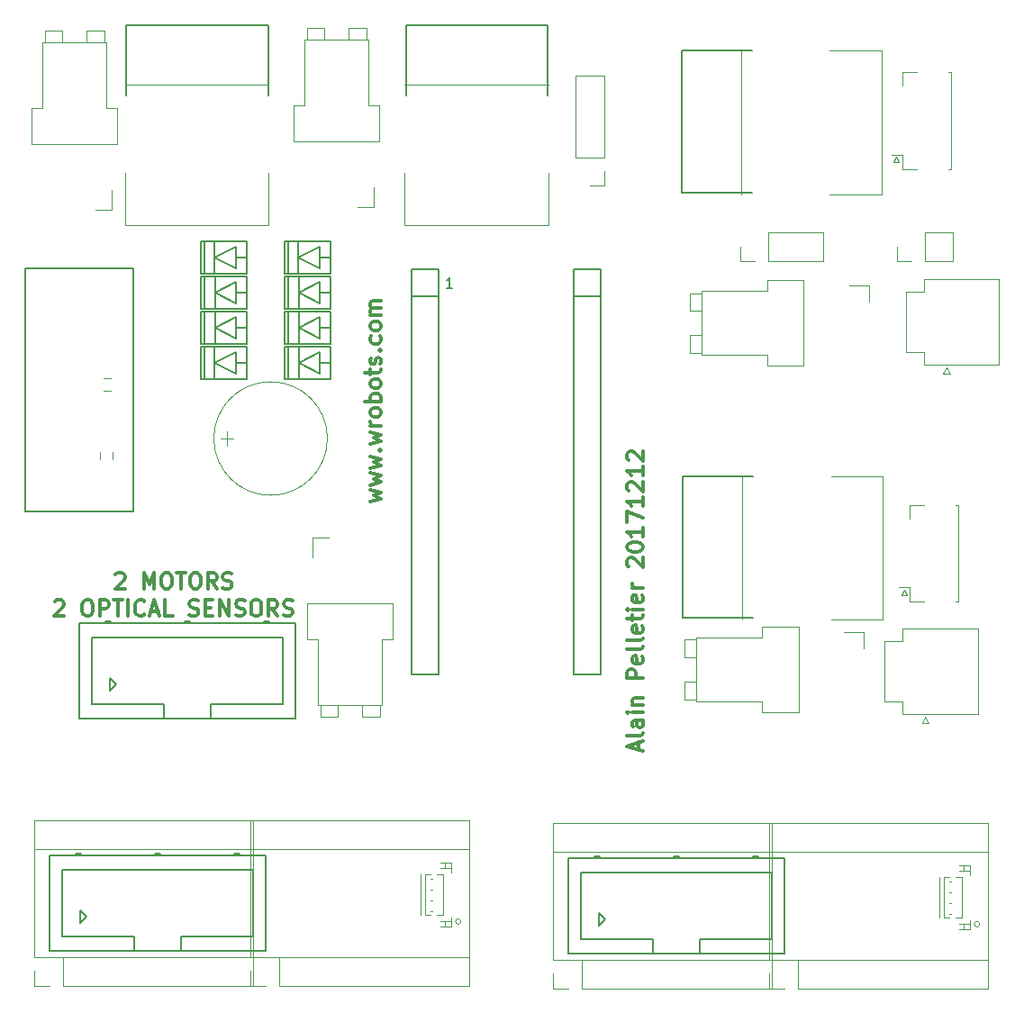
<source format=gto>
G04 #@! TF.FileFunction,Legend,Top*
%FSLAX46Y46*%
G04 Gerber Fmt 4.6, Leading zero omitted, Abs format (unit mm)*
G04 Created by KiCad (PCBNEW 4.0.7) date 12/12/17 11:06:34*
%MOMM*%
%LPD*%
G01*
G04 APERTURE LIST*
%ADD10C,0.100000*%
%ADD11C,0.300000*%
%ADD12C,0.150000*%
%ADD13C,0.120000*%
G04 APERTURE END LIST*
D10*
D11*
X110359714Y-98630429D02*
X110431143Y-98559000D01*
X110574000Y-98487571D01*
X110931143Y-98487571D01*
X111074000Y-98559000D01*
X111145429Y-98630429D01*
X111216857Y-98773286D01*
X111216857Y-98916143D01*
X111145429Y-99130429D01*
X110288286Y-99987571D01*
X111216857Y-99987571D01*
X113002571Y-99987571D02*
X113002571Y-98487571D01*
X113502571Y-99559000D01*
X114002571Y-98487571D01*
X114002571Y-99987571D01*
X115002571Y-98487571D02*
X115288285Y-98487571D01*
X115431143Y-98559000D01*
X115574000Y-98701857D01*
X115645428Y-98987571D01*
X115645428Y-99487571D01*
X115574000Y-99773286D01*
X115431143Y-99916143D01*
X115288285Y-99987571D01*
X115002571Y-99987571D01*
X114859714Y-99916143D01*
X114716857Y-99773286D01*
X114645428Y-99487571D01*
X114645428Y-98987571D01*
X114716857Y-98701857D01*
X114859714Y-98559000D01*
X115002571Y-98487571D01*
X116074000Y-98487571D02*
X116931143Y-98487571D01*
X116502572Y-99987571D02*
X116502572Y-98487571D01*
X117716857Y-98487571D02*
X118002571Y-98487571D01*
X118145429Y-98559000D01*
X118288286Y-98701857D01*
X118359714Y-98987571D01*
X118359714Y-99487571D01*
X118288286Y-99773286D01*
X118145429Y-99916143D01*
X118002571Y-99987571D01*
X117716857Y-99987571D01*
X117574000Y-99916143D01*
X117431143Y-99773286D01*
X117359714Y-99487571D01*
X117359714Y-98987571D01*
X117431143Y-98701857D01*
X117574000Y-98559000D01*
X117716857Y-98487571D01*
X119859715Y-99987571D02*
X119359715Y-99273286D01*
X119002572Y-99987571D02*
X119002572Y-98487571D01*
X119574000Y-98487571D01*
X119716858Y-98559000D01*
X119788286Y-98630429D01*
X119859715Y-98773286D01*
X119859715Y-98987571D01*
X119788286Y-99130429D01*
X119716858Y-99201857D01*
X119574000Y-99273286D01*
X119002572Y-99273286D01*
X120431143Y-99916143D02*
X120645429Y-99987571D01*
X121002572Y-99987571D01*
X121145429Y-99916143D01*
X121216858Y-99844714D01*
X121288286Y-99701857D01*
X121288286Y-99559000D01*
X121216858Y-99416143D01*
X121145429Y-99344714D01*
X121002572Y-99273286D01*
X120716858Y-99201857D01*
X120574000Y-99130429D01*
X120502572Y-99059000D01*
X120431143Y-98916143D01*
X120431143Y-98773286D01*
X120502572Y-98630429D01*
X120574000Y-98559000D01*
X120716858Y-98487571D01*
X121074000Y-98487571D01*
X121288286Y-98559000D01*
X104645429Y-101180429D02*
X104716858Y-101109000D01*
X104859715Y-101037571D01*
X105216858Y-101037571D01*
X105359715Y-101109000D01*
X105431144Y-101180429D01*
X105502572Y-101323286D01*
X105502572Y-101466143D01*
X105431144Y-101680429D01*
X104574001Y-102537571D01*
X105502572Y-102537571D01*
X107574000Y-101037571D02*
X107859714Y-101037571D01*
X108002572Y-101109000D01*
X108145429Y-101251857D01*
X108216857Y-101537571D01*
X108216857Y-102037571D01*
X108145429Y-102323286D01*
X108002572Y-102466143D01*
X107859714Y-102537571D01*
X107574000Y-102537571D01*
X107431143Y-102466143D01*
X107288286Y-102323286D01*
X107216857Y-102037571D01*
X107216857Y-101537571D01*
X107288286Y-101251857D01*
X107431143Y-101109000D01*
X107574000Y-101037571D01*
X108859715Y-102537571D02*
X108859715Y-101037571D01*
X109431143Y-101037571D01*
X109574001Y-101109000D01*
X109645429Y-101180429D01*
X109716858Y-101323286D01*
X109716858Y-101537571D01*
X109645429Y-101680429D01*
X109574001Y-101751857D01*
X109431143Y-101823286D01*
X108859715Y-101823286D01*
X110145429Y-101037571D02*
X111002572Y-101037571D01*
X110574001Y-102537571D02*
X110574001Y-101037571D01*
X111502572Y-102537571D02*
X111502572Y-101037571D01*
X113074001Y-102394714D02*
X113002572Y-102466143D01*
X112788286Y-102537571D01*
X112645429Y-102537571D01*
X112431144Y-102466143D01*
X112288286Y-102323286D01*
X112216858Y-102180429D01*
X112145429Y-101894714D01*
X112145429Y-101680429D01*
X112216858Y-101394714D01*
X112288286Y-101251857D01*
X112431144Y-101109000D01*
X112645429Y-101037571D01*
X112788286Y-101037571D01*
X113002572Y-101109000D01*
X113074001Y-101180429D01*
X113645429Y-102109000D02*
X114359715Y-102109000D01*
X113502572Y-102537571D02*
X114002572Y-101037571D01*
X114502572Y-102537571D01*
X115716858Y-102537571D02*
X115002572Y-102537571D01*
X115002572Y-101037571D01*
X117288286Y-102466143D02*
X117502572Y-102537571D01*
X117859715Y-102537571D01*
X118002572Y-102466143D01*
X118074001Y-102394714D01*
X118145429Y-102251857D01*
X118145429Y-102109000D01*
X118074001Y-101966143D01*
X118002572Y-101894714D01*
X117859715Y-101823286D01*
X117574001Y-101751857D01*
X117431143Y-101680429D01*
X117359715Y-101609000D01*
X117288286Y-101466143D01*
X117288286Y-101323286D01*
X117359715Y-101180429D01*
X117431143Y-101109000D01*
X117574001Y-101037571D01*
X117931143Y-101037571D01*
X118145429Y-101109000D01*
X118788286Y-101751857D02*
X119288286Y-101751857D01*
X119502572Y-102537571D02*
X118788286Y-102537571D01*
X118788286Y-101037571D01*
X119502572Y-101037571D01*
X120145429Y-102537571D02*
X120145429Y-101037571D01*
X121002572Y-102537571D01*
X121002572Y-101037571D01*
X121645429Y-102466143D02*
X121859715Y-102537571D01*
X122216858Y-102537571D01*
X122359715Y-102466143D01*
X122431144Y-102394714D01*
X122502572Y-102251857D01*
X122502572Y-102109000D01*
X122431144Y-101966143D01*
X122359715Y-101894714D01*
X122216858Y-101823286D01*
X121931144Y-101751857D01*
X121788286Y-101680429D01*
X121716858Y-101609000D01*
X121645429Y-101466143D01*
X121645429Y-101323286D01*
X121716858Y-101180429D01*
X121788286Y-101109000D01*
X121931144Y-101037571D01*
X122288286Y-101037571D01*
X122502572Y-101109000D01*
X123431143Y-101037571D02*
X123716857Y-101037571D01*
X123859715Y-101109000D01*
X124002572Y-101251857D01*
X124074000Y-101537571D01*
X124074000Y-102037571D01*
X124002572Y-102323286D01*
X123859715Y-102466143D01*
X123716857Y-102537571D01*
X123431143Y-102537571D01*
X123288286Y-102466143D01*
X123145429Y-102323286D01*
X123074000Y-102037571D01*
X123074000Y-101537571D01*
X123145429Y-101251857D01*
X123288286Y-101109000D01*
X123431143Y-101037571D01*
X125574001Y-102537571D02*
X125074001Y-101823286D01*
X124716858Y-102537571D02*
X124716858Y-101037571D01*
X125288286Y-101037571D01*
X125431144Y-101109000D01*
X125502572Y-101180429D01*
X125574001Y-101323286D01*
X125574001Y-101537571D01*
X125502572Y-101680429D01*
X125431144Y-101751857D01*
X125288286Y-101823286D01*
X124716858Y-101823286D01*
X126145429Y-102466143D02*
X126359715Y-102537571D01*
X126716858Y-102537571D01*
X126859715Y-102466143D01*
X126931144Y-102394714D01*
X127002572Y-102251857D01*
X127002572Y-102109000D01*
X126931144Y-101966143D01*
X126859715Y-101894714D01*
X126716858Y-101823286D01*
X126431144Y-101751857D01*
X126288286Y-101680429D01*
X126216858Y-101609000D01*
X126145429Y-101466143D01*
X126145429Y-101323286D01*
X126216858Y-101180429D01*
X126288286Y-101109000D01*
X126431144Y-101037571D01*
X126788286Y-101037571D01*
X127002572Y-101109000D01*
X134298571Y-91796001D02*
X135298571Y-91510287D01*
X134584286Y-91224573D01*
X135298571Y-90938858D01*
X134298571Y-90653144D01*
X134298571Y-90224572D02*
X135298571Y-89938858D01*
X134584286Y-89653144D01*
X135298571Y-89367429D01*
X134298571Y-89081715D01*
X134298571Y-88653143D02*
X135298571Y-88367429D01*
X134584286Y-88081715D01*
X135298571Y-87796000D01*
X134298571Y-87510286D01*
X135155714Y-86938857D02*
X135227143Y-86867429D01*
X135298571Y-86938857D01*
X135227143Y-87010286D01*
X135155714Y-86938857D01*
X135298571Y-86938857D01*
X134298571Y-86367428D02*
X135298571Y-86081714D01*
X134584286Y-85796000D01*
X135298571Y-85510285D01*
X134298571Y-85224571D01*
X135298571Y-84653142D02*
X134298571Y-84653142D01*
X134584286Y-84653142D02*
X134441429Y-84581714D01*
X134370000Y-84510285D01*
X134298571Y-84367428D01*
X134298571Y-84224571D01*
X135298571Y-83510285D02*
X135227143Y-83653143D01*
X135155714Y-83724571D01*
X135012857Y-83796000D01*
X134584286Y-83796000D01*
X134441429Y-83724571D01*
X134370000Y-83653143D01*
X134298571Y-83510285D01*
X134298571Y-83296000D01*
X134370000Y-83153143D01*
X134441429Y-83081714D01*
X134584286Y-83010285D01*
X135012857Y-83010285D01*
X135155714Y-83081714D01*
X135227143Y-83153143D01*
X135298571Y-83296000D01*
X135298571Y-83510285D01*
X135298571Y-82367428D02*
X133798571Y-82367428D01*
X134370000Y-82367428D02*
X134298571Y-82224571D01*
X134298571Y-81938857D01*
X134370000Y-81796000D01*
X134441429Y-81724571D01*
X134584286Y-81653142D01*
X135012857Y-81653142D01*
X135155714Y-81724571D01*
X135227143Y-81796000D01*
X135298571Y-81938857D01*
X135298571Y-82224571D01*
X135227143Y-82367428D01*
X135298571Y-80795999D02*
X135227143Y-80938857D01*
X135155714Y-81010285D01*
X135012857Y-81081714D01*
X134584286Y-81081714D01*
X134441429Y-81010285D01*
X134370000Y-80938857D01*
X134298571Y-80795999D01*
X134298571Y-80581714D01*
X134370000Y-80438857D01*
X134441429Y-80367428D01*
X134584286Y-80295999D01*
X135012857Y-80295999D01*
X135155714Y-80367428D01*
X135227143Y-80438857D01*
X135298571Y-80581714D01*
X135298571Y-80795999D01*
X134298571Y-79867428D02*
X134298571Y-79295999D01*
X133798571Y-79653142D02*
X135084286Y-79653142D01*
X135227143Y-79581714D01*
X135298571Y-79438856D01*
X135298571Y-79295999D01*
X135227143Y-78867428D02*
X135298571Y-78724571D01*
X135298571Y-78438856D01*
X135227143Y-78295999D01*
X135084286Y-78224571D01*
X135012857Y-78224571D01*
X134870000Y-78295999D01*
X134798571Y-78438856D01*
X134798571Y-78653142D01*
X134727143Y-78795999D01*
X134584286Y-78867428D01*
X134512857Y-78867428D01*
X134370000Y-78795999D01*
X134298571Y-78653142D01*
X134298571Y-78438856D01*
X134370000Y-78295999D01*
X135155714Y-77581713D02*
X135227143Y-77510285D01*
X135298571Y-77581713D01*
X135227143Y-77653142D01*
X135155714Y-77581713D01*
X135298571Y-77581713D01*
X135227143Y-76224570D02*
X135298571Y-76367427D01*
X135298571Y-76653141D01*
X135227143Y-76795999D01*
X135155714Y-76867427D01*
X135012857Y-76938856D01*
X134584286Y-76938856D01*
X134441429Y-76867427D01*
X134370000Y-76795999D01*
X134298571Y-76653141D01*
X134298571Y-76367427D01*
X134370000Y-76224570D01*
X135298571Y-75367427D02*
X135227143Y-75510285D01*
X135155714Y-75581713D01*
X135012857Y-75653142D01*
X134584286Y-75653142D01*
X134441429Y-75581713D01*
X134370000Y-75510285D01*
X134298571Y-75367427D01*
X134298571Y-75153142D01*
X134370000Y-75010285D01*
X134441429Y-74938856D01*
X134584286Y-74867427D01*
X135012857Y-74867427D01*
X135155714Y-74938856D01*
X135227143Y-75010285D01*
X135298571Y-75153142D01*
X135298571Y-75367427D01*
X135298571Y-74224570D02*
X134298571Y-74224570D01*
X134441429Y-74224570D02*
X134370000Y-74153142D01*
X134298571Y-74010284D01*
X134298571Y-73795999D01*
X134370000Y-73653142D01*
X134512857Y-73581713D01*
X135298571Y-73581713D01*
X134512857Y-73581713D02*
X134370000Y-73510284D01*
X134298571Y-73367427D01*
X134298571Y-73153142D01*
X134370000Y-73010284D01*
X134512857Y-72938856D01*
X135298571Y-72938856D01*
X159508000Y-115127712D02*
X159508000Y-114413426D01*
X159936571Y-115270569D02*
X158436571Y-114770569D01*
X159936571Y-114270569D01*
X159936571Y-113556283D02*
X159865143Y-113699141D01*
X159722286Y-113770569D01*
X158436571Y-113770569D01*
X159936571Y-112341998D02*
X159150857Y-112341998D01*
X159008000Y-112413427D01*
X158936571Y-112556284D01*
X158936571Y-112841998D01*
X159008000Y-112984855D01*
X159865143Y-112341998D02*
X159936571Y-112484855D01*
X159936571Y-112841998D01*
X159865143Y-112984855D01*
X159722286Y-113056284D01*
X159579429Y-113056284D01*
X159436571Y-112984855D01*
X159365143Y-112841998D01*
X159365143Y-112484855D01*
X159293714Y-112341998D01*
X159936571Y-111627712D02*
X158936571Y-111627712D01*
X158436571Y-111627712D02*
X158508000Y-111699141D01*
X158579429Y-111627712D01*
X158508000Y-111556284D01*
X158436571Y-111627712D01*
X158579429Y-111627712D01*
X158936571Y-110913426D02*
X159936571Y-110913426D01*
X159079429Y-110913426D02*
X159008000Y-110841998D01*
X158936571Y-110699140D01*
X158936571Y-110484855D01*
X159008000Y-110341998D01*
X159150857Y-110270569D01*
X159936571Y-110270569D01*
X159936571Y-108413426D02*
X158436571Y-108413426D01*
X158436571Y-107841998D01*
X158508000Y-107699140D01*
X158579429Y-107627712D01*
X158722286Y-107556283D01*
X158936571Y-107556283D01*
X159079429Y-107627712D01*
X159150857Y-107699140D01*
X159222286Y-107841998D01*
X159222286Y-108413426D01*
X159865143Y-106341998D02*
X159936571Y-106484855D01*
X159936571Y-106770569D01*
X159865143Y-106913426D01*
X159722286Y-106984855D01*
X159150857Y-106984855D01*
X159008000Y-106913426D01*
X158936571Y-106770569D01*
X158936571Y-106484855D01*
X159008000Y-106341998D01*
X159150857Y-106270569D01*
X159293714Y-106270569D01*
X159436571Y-106984855D01*
X159936571Y-105413426D02*
X159865143Y-105556284D01*
X159722286Y-105627712D01*
X158436571Y-105627712D01*
X159936571Y-104627712D02*
X159865143Y-104770570D01*
X159722286Y-104841998D01*
X158436571Y-104841998D01*
X159865143Y-103484856D02*
X159936571Y-103627713D01*
X159936571Y-103913427D01*
X159865143Y-104056284D01*
X159722286Y-104127713D01*
X159150857Y-104127713D01*
X159008000Y-104056284D01*
X158936571Y-103913427D01*
X158936571Y-103627713D01*
X159008000Y-103484856D01*
X159150857Y-103413427D01*
X159293714Y-103413427D01*
X159436571Y-104127713D01*
X158936571Y-102984856D02*
X158936571Y-102413427D01*
X158436571Y-102770570D02*
X159722286Y-102770570D01*
X159865143Y-102699142D01*
X159936571Y-102556284D01*
X159936571Y-102413427D01*
X159936571Y-101913427D02*
X158936571Y-101913427D01*
X158436571Y-101913427D02*
X158508000Y-101984856D01*
X158579429Y-101913427D01*
X158508000Y-101841999D01*
X158436571Y-101913427D01*
X158579429Y-101913427D01*
X159865143Y-100627713D02*
X159936571Y-100770570D01*
X159936571Y-101056284D01*
X159865143Y-101199141D01*
X159722286Y-101270570D01*
X159150857Y-101270570D01*
X159008000Y-101199141D01*
X158936571Y-101056284D01*
X158936571Y-100770570D01*
X159008000Y-100627713D01*
X159150857Y-100556284D01*
X159293714Y-100556284D01*
X159436571Y-101270570D01*
X159936571Y-99913427D02*
X158936571Y-99913427D01*
X159222286Y-99913427D02*
X159079429Y-99841999D01*
X159008000Y-99770570D01*
X158936571Y-99627713D01*
X158936571Y-99484856D01*
X158579429Y-97913428D02*
X158508000Y-97841999D01*
X158436571Y-97699142D01*
X158436571Y-97341999D01*
X158508000Y-97199142D01*
X158579429Y-97127713D01*
X158722286Y-97056285D01*
X158865143Y-97056285D01*
X159079429Y-97127713D01*
X159936571Y-97984856D01*
X159936571Y-97056285D01*
X158436571Y-96127714D02*
X158436571Y-95984857D01*
X158508000Y-95842000D01*
X158579429Y-95770571D01*
X158722286Y-95699142D01*
X159008000Y-95627714D01*
X159365143Y-95627714D01*
X159650857Y-95699142D01*
X159793714Y-95770571D01*
X159865143Y-95842000D01*
X159936571Y-95984857D01*
X159936571Y-96127714D01*
X159865143Y-96270571D01*
X159793714Y-96342000D01*
X159650857Y-96413428D01*
X159365143Y-96484857D01*
X159008000Y-96484857D01*
X158722286Y-96413428D01*
X158579429Y-96342000D01*
X158508000Y-96270571D01*
X158436571Y-96127714D01*
X159936571Y-94199143D02*
X159936571Y-95056286D01*
X159936571Y-94627714D02*
X158436571Y-94627714D01*
X158650857Y-94770571D01*
X158793714Y-94913429D01*
X158865143Y-95056286D01*
X158436571Y-93699143D02*
X158436571Y-92699143D01*
X159936571Y-93342000D01*
X159936571Y-91342001D02*
X159936571Y-92199144D01*
X159936571Y-91770572D02*
X158436571Y-91770572D01*
X158650857Y-91913429D01*
X158793714Y-92056287D01*
X158865143Y-92199144D01*
X158579429Y-90770573D02*
X158508000Y-90699144D01*
X158436571Y-90556287D01*
X158436571Y-90199144D01*
X158508000Y-90056287D01*
X158579429Y-89984858D01*
X158722286Y-89913430D01*
X158865143Y-89913430D01*
X159079429Y-89984858D01*
X159936571Y-90842001D01*
X159936571Y-89913430D01*
X159936571Y-88484859D02*
X159936571Y-89342002D01*
X159936571Y-88913430D02*
X158436571Y-88913430D01*
X158650857Y-89056287D01*
X158793714Y-89199145D01*
X158865143Y-89342002D01*
X158579429Y-87913431D02*
X158508000Y-87842002D01*
X158436571Y-87699145D01*
X158436571Y-87342002D01*
X158508000Y-87199145D01*
X158579429Y-87127716D01*
X158722286Y-87056288D01*
X158865143Y-87056288D01*
X159079429Y-87127716D01*
X159936571Y-87984859D01*
X159936571Y-87056288D01*
D12*
X142017715Y-71699381D02*
X141446286Y-71699381D01*
X141732000Y-71699381D02*
X141732000Y-70699381D01*
X141636762Y-70842238D01*
X141541524Y-70937476D01*
X141446286Y-70985095D01*
D13*
X171828000Y-124714000D02*
X192408000Y-124714000D01*
X174498000Y-134874000D02*
X192408000Y-134874000D01*
X171828000Y-136144000D02*
X171828000Y-137544000D01*
X171828000Y-137544000D02*
X173228000Y-137544000D01*
X171828000Y-134874000D02*
X174498000Y-134874000D01*
X174498000Y-134874000D02*
X174498000Y-137544000D01*
X174498000Y-137544000D02*
X192408000Y-137544000D01*
X192408000Y-137544000D02*
X192408000Y-122044000D01*
X192408000Y-122044000D02*
X171828000Y-122044000D01*
X171828000Y-122044000D02*
X171828000Y-134874000D01*
X151508000Y-124714000D02*
X172088000Y-124714000D01*
X154178000Y-134874000D02*
X172088000Y-134874000D01*
X151508000Y-136144000D02*
X151508000Y-137544000D01*
X151508000Y-137544000D02*
X152908000Y-137544000D01*
X151508000Y-134874000D02*
X154178000Y-134874000D01*
X154178000Y-134874000D02*
X154178000Y-137544000D01*
X154178000Y-137544000D02*
X172088000Y-137544000D01*
X172088000Y-137544000D02*
X172088000Y-122044000D01*
X172088000Y-122044000D02*
X151508000Y-122044000D01*
X151508000Y-122044000D02*
X151508000Y-134874000D01*
D12*
X152918000Y-134264000D02*
X152918000Y-125324000D01*
X152918000Y-125324000D02*
X173218000Y-125324000D01*
X173218000Y-125324000D02*
X173218000Y-134264000D01*
X173218000Y-134264000D02*
X152918000Y-134264000D01*
X160843000Y-134264000D02*
X160843000Y-132964000D01*
X160843000Y-132964000D02*
X154118000Y-132964000D01*
X154118000Y-132964000D02*
X154118000Y-126624000D01*
X154118000Y-126624000D02*
X172018000Y-126624000D01*
X172018000Y-126624000D02*
X172018000Y-132964000D01*
X172018000Y-132964000D02*
X165293000Y-132964000D01*
X165293000Y-132964000D02*
X165293000Y-134264000D01*
X162818000Y-125324000D02*
X162818000Y-125124000D01*
X162818000Y-125124000D02*
X163318000Y-125124000D01*
X163318000Y-125124000D02*
X163318000Y-125324000D01*
X162818000Y-125224000D02*
X163318000Y-125224000D01*
X170298000Y-125324000D02*
X170298000Y-125124000D01*
X170298000Y-125124000D02*
X170798000Y-125124000D01*
X170798000Y-125124000D02*
X170798000Y-125324000D01*
X170298000Y-125224000D02*
X170798000Y-125224000D01*
X155338000Y-125324000D02*
X155338000Y-125124000D01*
X155338000Y-125124000D02*
X155838000Y-125124000D01*
X155838000Y-125124000D02*
X155838000Y-125324000D01*
X155338000Y-125224000D02*
X155838000Y-125224000D01*
X155788000Y-131664000D02*
X155788000Y-130464000D01*
X155788000Y-130464000D02*
X156388000Y-131064000D01*
X156388000Y-131064000D02*
X155788000Y-131664000D01*
D13*
X191583000Y-131524000D02*
G75*
G03X191583000Y-131524000I-250000J0D01*
G01*
X187783000Y-130924000D02*
X187783000Y-127124000D01*
X189683000Y-132024000D02*
X190683000Y-132024000D01*
X190683000Y-132024000D02*
X190683000Y-131124000D01*
X190683000Y-131524000D02*
X189683000Y-131524000D01*
X189683000Y-131524000D02*
X189683000Y-131524000D01*
X189683000Y-131524000D02*
X190683000Y-131524000D01*
X190683000Y-131524000D02*
X190683000Y-131524000D01*
X190083000Y-131524000D02*
X190083000Y-131524000D01*
X190083000Y-131524000D02*
X190083000Y-132024000D01*
X190083000Y-132024000D02*
X190083000Y-132024000D01*
X190083000Y-132024000D02*
X190083000Y-131524000D01*
X189683000Y-126024000D02*
X190683000Y-126024000D01*
X190683000Y-126024000D02*
X190683000Y-126924000D01*
X190683000Y-126524000D02*
X189683000Y-126524000D01*
X189683000Y-126524000D02*
X189683000Y-126524000D01*
X189683000Y-126524000D02*
X190683000Y-126524000D01*
X190683000Y-126524000D02*
X190683000Y-126524000D01*
X190083000Y-126524000D02*
X190083000Y-126524000D01*
X190083000Y-126524000D02*
X190083000Y-126024000D01*
X190083000Y-126024000D02*
X190083000Y-126024000D01*
X190083000Y-126024000D02*
X190083000Y-126524000D01*
X188683000Y-130924000D02*
X188183000Y-130924000D01*
X188183000Y-130924000D02*
X188183000Y-127124000D01*
X188183000Y-127124000D02*
X188683000Y-127124000D01*
X189283000Y-130924000D02*
X189933000Y-130924000D01*
X189933000Y-130924000D02*
X189933000Y-127124000D01*
X189933000Y-127124000D02*
X189283000Y-127124000D01*
X188683000Y-130524000D02*
X188883000Y-130524000D01*
X188683000Y-129524000D02*
X188883000Y-129524000D01*
X188683000Y-128524000D02*
X188883000Y-128524000D01*
X188683000Y-127524000D02*
X188883000Y-127524000D01*
D12*
X140716000Y-72517000D02*
X140716000Y-69977000D01*
X140716000Y-69977000D02*
X138176000Y-69977000D01*
X138176000Y-69977000D02*
X138176000Y-72517000D01*
X140716000Y-72517000D02*
X140716000Y-108077000D01*
X140716000Y-108077000D02*
X138176000Y-108077000D01*
X138176000Y-108077000D02*
X138176000Y-72517000D01*
X138176000Y-72517000D02*
X140716000Y-72517000D01*
X155956000Y-72517000D02*
X155956000Y-69977000D01*
X155956000Y-69977000D02*
X153416000Y-69977000D01*
X153416000Y-69977000D02*
X153416000Y-72517000D01*
X155956000Y-72517000D02*
X155956000Y-108077000D01*
X155956000Y-108077000D02*
X153416000Y-108077000D01*
X153416000Y-108077000D02*
X153416000Y-72517000D01*
X153416000Y-72517000D02*
X155956000Y-72517000D01*
X151003000Y-46990000D02*
X151003000Y-53594000D01*
X137668000Y-46990000D02*
X137668000Y-53594000D01*
X151003000Y-46990000D02*
X137668000Y-46990000D01*
D13*
X151007000Y-65784000D02*
X151007000Y-60904000D01*
X137537000Y-65784000D02*
X137537000Y-60904000D01*
X151007000Y-52574000D02*
X137537000Y-52574000D01*
X138307000Y-65784000D02*
X137537000Y-65784000D01*
X151007000Y-65784000D02*
X138307000Y-65784000D01*
D12*
X124714000Y-46990000D02*
X124714000Y-53594000D01*
X111379000Y-46990000D02*
X111379000Y-53594000D01*
X124714000Y-46990000D02*
X111379000Y-46990000D01*
D13*
X124718000Y-65784000D02*
X124718000Y-60904000D01*
X111248000Y-65784000D02*
X111248000Y-60904000D01*
X124718000Y-52574000D02*
X111248000Y-52574000D01*
X112018000Y-65784000D02*
X111248000Y-65784000D01*
X124718000Y-65784000D02*
X112018000Y-65784000D01*
D12*
X106944000Y-112166000D02*
X106944000Y-103226000D01*
X106944000Y-103226000D02*
X127244000Y-103226000D01*
X127244000Y-103226000D02*
X127244000Y-112166000D01*
X127244000Y-112166000D02*
X106944000Y-112166000D01*
X114869000Y-112166000D02*
X114869000Y-110866000D01*
X114869000Y-110866000D02*
X108144000Y-110866000D01*
X108144000Y-110866000D02*
X108144000Y-104526000D01*
X108144000Y-104526000D02*
X126044000Y-104526000D01*
X126044000Y-104526000D02*
X126044000Y-110866000D01*
X126044000Y-110866000D02*
X119319000Y-110866000D01*
X119319000Y-110866000D02*
X119319000Y-112166000D01*
X116844000Y-103226000D02*
X116844000Y-103026000D01*
X116844000Y-103026000D02*
X117344000Y-103026000D01*
X117344000Y-103026000D02*
X117344000Y-103226000D01*
X116844000Y-103126000D02*
X117344000Y-103126000D01*
X124324000Y-103226000D02*
X124324000Y-103026000D01*
X124324000Y-103026000D02*
X124824000Y-103026000D01*
X124824000Y-103026000D02*
X124824000Y-103226000D01*
X124324000Y-103126000D02*
X124824000Y-103126000D01*
X109364000Y-103226000D02*
X109364000Y-103026000D01*
X109364000Y-103026000D02*
X109864000Y-103026000D01*
X109864000Y-103026000D02*
X109864000Y-103226000D01*
X109364000Y-103126000D02*
X109864000Y-103126000D01*
X109814000Y-109566000D02*
X109814000Y-108366000D01*
X109814000Y-108366000D02*
X110414000Y-108966000D01*
X110414000Y-108966000D02*
X109814000Y-109566000D01*
D13*
X189036000Y-69148000D02*
X189036000Y-66488000D01*
X186436000Y-69148000D02*
X189036000Y-69148000D01*
X186436000Y-66488000D02*
X189036000Y-66488000D01*
X186436000Y-69148000D02*
X186436000Y-66488000D01*
X185166000Y-69148000D02*
X183836000Y-69148000D01*
X183836000Y-69148000D02*
X183836000Y-67818000D01*
X176844000Y-69148000D02*
X176844000Y-66488000D01*
X171704000Y-69148000D02*
X176844000Y-69148000D01*
X171704000Y-66488000D02*
X176844000Y-66488000D01*
X171704000Y-69148000D02*
X171704000Y-66488000D01*
X170434000Y-69148000D02*
X169104000Y-69148000D01*
X169104000Y-69148000D02*
X169104000Y-67818000D01*
X188648000Y-60520000D02*
X188898000Y-60520000D01*
X188898000Y-60520000D02*
X188898000Y-51420000D01*
X188898000Y-51420000D02*
X188648000Y-51420000D01*
X185648000Y-60520000D02*
X184298000Y-60520000D01*
X184298000Y-60520000D02*
X184298000Y-59170000D01*
X184298000Y-59170000D02*
X183298000Y-59170000D01*
X185648000Y-51420000D02*
X184298000Y-51420000D01*
X184298000Y-51420000D02*
X184298000Y-52670000D01*
X183748000Y-59370000D02*
X183498000Y-59870000D01*
X183498000Y-59870000D02*
X183998000Y-59870000D01*
X183998000Y-59870000D02*
X183748000Y-59370000D01*
D12*
X163576000Y-49403000D02*
X170180000Y-49403000D01*
X163576000Y-62738000D02*
X170180000Y-62738000D01*
X163576000Y-49403000D02*
X163576000Y-62738000D01*
D13*
X182370000Y-49399000D02*
X177490000Y-49399000D01*
X182370000Y-62869000D02*
X177490000Y-62869000D01*
X169160000Y-49399000D02*
X169160000Y-62869000D01*
X182370000Y-62099000D02*
X182370000Y-62869000D01*
X182370000Y-49399000D02*
X182370000Y-62099000D01*
X156270000Y-51756000D02*
X153610000Y-51756000D01*
X156270000Y-59436000D02*
X156270000Y-51756000D01*
X153610000Y-59436000D02*
X153610000Y-51756000D01*
X156270000Y-59436000D02*
X153610000Y-59436000D01*
X156270000Y-60706000D02*
X156270000Y-62036000D01*
X156270000Y-62036000D02*
X154940000Y-62036000D01*
D12*
X163703000Y-89408000D02*
X170307000Y-89408000D01*
X163703000Y-102743000D02*
X170307000Y-102743000D01*
X163703000Y-89408000D02*
X163703000Y-102743000D01*
D13*
X182497000Y-89404000D02*
X177617000Y-89404000D01*
X182497000Y-102874000D02*
X177617000Y-102874000D01*
X169287000Y-89404000D02*
X169287000Y-102874000D01*
X182497000Y-102104000D02*
X182497000Y-102874000D01*
X182497000Y-89404000D02*
X182497000Y-102104000D01*
X189360000Y-101205000D02*
X189610000Y-101205000D01*
X189610000Y-101205000D02*
X189610000Y-92105000D01*
X189610000Y-92105000D02*
X189360000Y-92105000D01*
X186360000Y-101205000D02*
X185010000Y-101205000D01*
X185010000Y-101205000D02*
X185010000Y-99855000D01*
X185010000Y-99855000D02*
X184010000Y-99855000D01*
X186360000Y-92105000D02*
X185010000Y-92105000D01*
X185010000Y-92105000D02*
X185010000Y-93355000D01*
X184460000Y-100055000D02*
X184210000Y-100555000D01*
X184210000Y-100555000D02*
X184710000Y-100555000D01*
X184710000Y-100555000D02*
X184460000Y-100055000D01*
X135166000Y-57950000D02*
X127066000Y-57950000D01*
X127066000Y-57950000D02*
X127066000Y-54510000D01*
X127066000Y-54510000D02*
X128116000Y-54510000D01*
X128116000Y-54510000D02*
X128116000Y-48310000D01*
X128116000Y-48310000D02*
X134116000Y-48310000D01*
X134116000Y-48310000D02*
X134116000Y-54510000D01*
X134116000Y-54510000D02*
X135166000Y-54510000D01*
X135166000Y-54510000D02*
X135166000Y-57950000D01*
X133916000Y-48310000D02*
X133916000Y-47210000D01*
X133916000Y-47210000D02*
X132276000Y-47210000D01*
X132276000Y-47210000D02*
X132276000Y-48310000D01*
X129956000Y-48310000D02*
X129956000Y-47210000D01*
X129956000Y-47210000D02*
X128316000Y-47210000D01*
X128316000Y-47210000D02*
X128316000Y-48310000D01*
X133096000Y-64080000D02*
X134646000Y-64080000D01*
X134646000Y-64080000D02*
X134646000Y-62230000D01*
X110528000Y-58204000D02*
X102428000Y-58204000D01*
X102428000Y-58204000D02*
X102428000Y-54764000D01*
X102428000Y-54764000D02*
X103478000Y-54764000D01*
X103478000Y-54764000D02*
X103478000Y-48564000D01*
X103478000Y-48564000D02*
X109478000Y-48564000D01*
X109478000Y-48564000D02*
X109478000Y-54764000D01*
X109478000Y-54764000D02*
X110528000Y-54764000D01*
X110528000Y-54764000D02*
X110528000Y-58204000D01*
X109278000Y-48564000D02*
X109278000Y-47464000D01*
X109278000Y-47464000D02*
X107638000Y-47464000D01*
X107638000Y-47464000D02*
X107638000Y-48564000D01*
X105318000Y-48564000D02*
X105318000Y-47464000D01*
X105318000Y-47464000D02*
X103678000Y-47464000D01*
X103678000Y-47464000D02*
X103678000Y-48564000D01*
X108458000Y-64334000D02*
X110008000Y-64334000D01*
X110008000Y-64334000D02*
X110008000Y-62484000D01*
X130268000Y-85852000D02*
G75*
G03X130268000Y-85852000I-5340000J0D01*
G01*
X120228000Y-85852000D02*
X121428000Y-85852000D01*
X120828000Y-85202000D02*
X120828000Y-86502000D01*
D12*
X121682000Y-75438000D02*
X122682000Y-75438000D01*
X121682000Y-76438000D02*
X119682000Y-75438000D01*
X121682000Y-74438000D02*
X121682000Y-76438000D01*
X119682000Y-75438000D02*
X121682000Y-74438000D01*
X119682000Y-76938000D02*
X119682000Y-73938000D01*
X118682000Y-76938000D02*
X119682000Y-76938000D01*
X118682000Y-73938000D02*
X118682000Y-76938000D01*
X122682000Y-73938000D02*
X118382000Y-73938000D01*
X122682000Y-76938000D02*
X122682000Y-73938000D01*
X118382000Y-76938000D02*
X122682000Y-76938000D01*
X118382000Y-73938000D02*
X118382000Y-76938000D01*
X129556000Y-75438000D02*
X130556000Y-75438000D01*
X129556000Y-76438000D02*
X127556000Y-75438000D01*
X129556000Y-74438000D02*
X129556000Y-76438000D01*
X127556000Y-75438000D02*
X129556000Y-74438000D01*
X127556000Y-76938000D02*
X127556000Y-73938000D01*
X126556000Y-76938000D02*
X127556000Y-76938000D01*
X126556000Y-73938000D02*
X126556000Y-76938000D01*
X130556000Y-73938000D02*
X126256000Y-73938000D01*
X130556000Y-76938000D02*
X130556000Y-73938000D01*
X126256000Y-76938000D02*
X130556000Y-76938000D01*
X126256000Y-73938000D02*
X126256000Y-76938000D01*
X121664000Y-78740000D02*
X122664000Y-78740000D01*
X121664000Y-79740000D02*
X119664000Y-78740000D01*
X121664000Y-77740000D02*
X121664000Y-79740000D01*
X119664000Y-78740000D02*
X121664000Y-77740000D01*
X119664000Y-80240000D02*
X119664000Y-77240000D01*
X118664000Y-80240000D02*
X119664000Y-80240000D01*
X118664000Y-77240000D02*
X118664000Y-80240000D01*
X122664000Y-77240000D02*
X118364000Y-77240000D01*
X122664000Y-80240000D02*
X122664000Y-77240000D01*
X118364000Y-80240000D02*
X122664000Y-80240000D01*
X118364000Y-77240000D02*
X118364000Y-80240000D01*
X129556000Y-78740000D02*
X130556000Y-78740000D01*
X129556000Y-79740000D02*
X127556000Y-78740000D01*
X129556000Y-77740000D02*
X129556000Y-79740000D01*
X127556000Y-78740000D02*
X129556000Y-77740000D01*
X127556000Y-80240000D02*
X127556000Y-77240000D01*
X126556000Y-80240000D02*
X127556000Y-80240000D01*
X126556000Y-77240000D02*
X126556000Y-80240000D01*
X130556000Y-77240000D02*
X126256000Y-77240000D01*
X130556000Y-80240000D02*
X130556000Y-77240000D01*
X126256000Y-80240000D02*
X130556000Y-80240000D01*
X126256000Y-77240000D02*
X126256000Y-80240000D01*
X121682000Y-72136000D02*
X122682000Y-72136000D01*
X121682000Y-73136000D02*
X119682000Y-72136000D01*
X121682000Y-71136000D02*
X121682000Y-73136000D01*
X119682000Y-72136000D02*
X121682000Y-71136000D01*
X119682000Y-73636000D02*
X119682000Y-70636000D01*
X118682000Y-73636000D02*
X119682000Y-73636000D01*
X118682000Y-70636000D02*
X118682000Y-73636000D01*
X122682000Y-70636000D02*
X118382000Y-70636000D01*
X122682000Y-73636000D02*
X122682000Y-70636000D01*
X118382000Y-73636000D02*
X122682000Y-73636000D01*
X118382000Y-70636000D02*
X118382000Y-73636000D01*
X129556000Y-72136000D02*
X130556000Y-72136000D01*
X129556000Y-73136000D02*
X127556000Y-72136000D01*
X129556000Y-71136000D02*
X129556000Y-73136000D01*
X127556000Y-72136000D02*
X129556000Y-71136000D01*
X127556000Y-73636000D02*
X127556000Y-70636000D01*
X126556000Y-73636000D02*
X127556000Y-73636000D01*
X126556000Y-70636000D02*
X126556000Y-73636000D01*
X130556000Y-70636000D02*
X126256000Y-70636000D01*
X130556000Y-73636000D02*
X130556000Y-70636000D01*
X126256000Y-73636000D02*
X130556000Y-73636000D01*
X126256000Y-70636000D02*
X126256000Y-73636000D01*
X121664000Y-68834000D02*
X122664000Y-68834000D01*
X121664000Y-69834000D02*
X119664000Y-68834000D01*
X121664000Y-67834000D02*
X121664000Y-69834000D01*
X119664000Y-68834000D02*
X121664000Y-67834000D01*
X119664000Y-70334000D02*
X119664000Y-67334000D01*
X118664000Y-70334000D02*
X119664000Y-70334000D01*
X118664000Y-67334000D02*
X118664000Y-70334000D01*
X122664000Y-67334000D02*
X118364000Y-67334000D01*
X122664000Y-70334000D02*
X122664000Y-67334000D01*
X118364000Y-70334000D02*
X122664000Y-70334000D01*
X118364000Y-67334000D02*
X118364000Y-70334000D01*
X129538000Y-68834000D02*
X130538000Y-68834000D01*
X129538000Y-69834000D02*
X127538000Y-68834000D01*
X129538000Y-67834000D02*
X129538000Y-69834000D01*
X127538000Y-68834000D02*
X129538000Y-67834000D01*
X127538000Y-70334000D02*
X127538000Y-67334000D01*
X126538000Y-70334000D02*
X127538000Y-70334000D01*
X126538000Y-67334000D02*
X126538000Y-70334000D01*
X130538000Y-67334000D02*
X126238000Y-67334000D01*
X130538000Y-70334000D02*
X130538000Y-67334000D01*
X126238000Y-70334000D02*
X130538000Y-70334000D01*
X126238000Y-67334000D02*
X126238000Y-70334000D01*
D13*
X128336000Y-101308000D02*
X136436000Y-101308000D01*
X136436000Y-101308000D02*
X136436000Y-104748000D01*
X136436000Y-104748000D02*
X135386000Y-104748000D01*
X135386000Y-104748000D02*
X135386000Y-110948000D01*
X135386000Y-110948000D02*
X129386000Y-110948000D01*
X129386000Y-110948000D02*
X129386000Y-104748000D01*
X129386000Y-104748000D02*
X128336000Y-104748000D01*
X128336000Y-104748000D02*
X128336000Y-101308000D01*
X129586000Y-110948000D02*
X129586000Y-112048000D01*
X129586000Y-112048000D02*
X131226000Y-112048000D01*
X131226000Y-112048000D02*
X131226000Y-110948000D01*
X133546000Y-110948000D02*
X133546000Y-112048000D01*
X133546000Y-112048000D02*
X135186000Y-112048000D01*
X135186000Y-112048000D02*
X135186000Y-110948000D01*
X130406000Y-95178000D02*
X128856000Y-95178000D01*
X128856000Y-95178000D02*
X128856000Y-97028000D01*
D12*
X101854000Y-69850000D02*
X101854000Y-92710000D01*
X112014000Y-69850000D02*
X101854000Y-69850000D01*
X112014000Y-92710000D02*
X112014000Y-69850000D01*
X101854000Y-92710000D02*
X112014000Y-92710000D01*
D13*
X109890000Y-81372000D02*
X109190000Y-81372000D01*
X109190000Y-80172000D02*
X109890000Y-80172000D01*
X110074000Y-87092000D02*
X110074000Y-87792000D01*
X108874000Y-87792000D02*
X108874000Y-87092000D01*
X174549081Y-103525903D02*
X174549081Y-111625903D01*
X174549081Y-111625903D02*
X171109081Y-111625903D01*
X171109081Y-111625903D02*
X171109081Y-110575903D01*
X171109081Y-110575903D02*
X164909081Y-110575903D01*
X164909081Y-110575903D02*
X164909081Y-104575903D01*
X164909081Y-104575903D02*
X171109081Y-104575903D01*
X171109081Y-104575903D02*
X171109081Y-103525903D01*
X171109081Y-103525903D02*
X174549081Y-103525903D01*
X164909081Y-104775903D02*
X163809081Y-104775903D01*
X163809081Y-104775903D02*
X163809081Y-106415903D01*
X163809081Y-106415903D02*
X164909081Y-106415903D01*
X164909081Y-108735903D02*
X163809081Y-108735903D01*
X163809081Y-108735903D02*
X163809081Y-110375903D01*
X163809081Y-110375903D02*
X164909081Y-110375903D01*
X180679081Y-105595903D02*
X180679081Y-104045903D01*
X180679081Y-104045903D02*
X178829081Y-104045903D01*
X175044000Y-70932000D02*
X175044000Y-79032000D01*
X175044000Y-79032000D02*
X171604000Y-79032000D01*
X171604000Y-79032000D02*
X171604000Y-77982000D01*
X171604000Y-77982000D02*
X165404000Y-77982000D01*
X165404000Y-77982000D02*
X165404000Y-71982000D01*
X165404000Y-71982000D02*
X171604000Y-71982000D01*
X171604000Y-71982000D02*
X171604000Y-70932000D01*
X171604000Y-70932000D02*
X175044000Y-70932000D01*
X165404000Y-72182000D02*
X164304000Y-72182000D01*
X164304000Y-72182000D02*
X164304000Y-73822000D01*
X164304000Y-73822000D02*
X165404000Y-73822000D01*
X165404000Y-76142000D02*
X164304000Y-76142000D01*
X164304000Y-76142000D02*
X164304000Y-77782000D01*
X164304000Y-77782000D02*
X165404000Y-77782000D01*
X181174000Y-73002000D02*
X181174000Y-71452000D01*
X181174000Y-71452000D02*
X179324000Y-71452000D01*
X191400616Y-111786622D02*
X184360616Y-111786622D01*
X184360616Y-111786622D02*
X184360616Y-110586622D01*
X184360616Y-110586622D02*
X182660616Y-110586622D01*
X182660616Y-110586622D02*
X182660616Y-104886622D01*
X182660616Y-104886622D02*
X184360616Y-104886622D01*
X184360616Y-104886622D02*
X184360616Y-103686622D01*
X184360616Y-103686622D02*
X191400616Y-103686622D01*
X191400616Y-103686622D02*
X191400616Y-111786622D01*
X186480616Y-111986622D02*
X186780616Y-112586622D01*
X186780616Y-112586622D02*
X186180616Y-112586622D01*
X186180616Y-112586622D02*
X186480616Y-111986622D01*
X193388000Y-78928000D02*
X186348000Y-78928000D01*
X186348000Y-78928000D02*
X186348000Y-77728000D01*
X186348000Y-77728000D02*
X184648000Y-77728000D01*
X184648000Y-77728000D02*
X184648000Y-72028000D01*
X184648000Y-72028000D02*
X186348000Y-72028000D01*
X186348000Y-72028000D02*
X186348000Y-70828000D01*
X186348000Y-70828000D02*
X193388000Y-70828000D01*
X193388000Y-70828000D02*
X193388000Y-78928000D01*
X188468000Y-79128000D02*
X188768000Y-79728000D01*
X188768000Y-79728000D02*
X188168000Y-79728000D01*
X188168000Y-79728000D02*
X188468000Y-79128000D01*
D12*
X104150000Y-134010000D02*
X104150000Y-125070000D01*
X104150000Y-125070000D02*
X124450000Y-125070000D01*
X124450000Y-125070000D02*
X124450000Y-134010000D01*
X124450000Y-134010000D02*
X104150000Y-134010000D01*
X112075000Y-134010000D02*
X112075000Y-132710000D01*
X112075000Y-132710000D02*
X105350000Y-132710000D01*
X105350000Y-132710000D02*
X105350000Y-126370000D01*
X105350000Y-126370000D02*
X123250000Y-126370000D01*
X123250000Y-126370000D02*
X123250000Y-132710000D01*
X123250000Y-132710000D02*
X116525000Y-132710000D01*
X116525000Y-132710000D02*
X116525000Y-134010000D01*
X114050000Y-125070000D02*
X114050000Y-124870000D01*
X114050000Y-124870000D02*
X114550000Y-124870000D01*
X114550000Y-124870000D02*
X114550000Y-125070000D01*
X114050000Y-124970000D02*
X114550000Y-124970000D01*
X121530000Y-125070000D02*
X121530000Y-124870000D01*
X121530000Y-124870000D02*
X122030000Y-124870000D01*
X122030000Y-124870000D02*
X122030000Y-125070000D01*
X121530000Y-124970000D02*
X122030000Y-124970000D01*
X106570000Y-125070000D02*
X106570000Y-124870000D01*
X106570000Y-124870000D02*
X107070000Y-124870000D01*
X107070000Y-124870000D02*
X107070000Y-125070000D01*
X106570000Y-124970000D02*
X107070000Y-124970000D01*
X107020000Y-131410000D02*
X107020000Y-130210000D01*
X107020000Y-130210000D02*
X107620000Y-130810000D01*
X107620000Y-130810000D02*
X107020000Y-131410000D01*
D13*
X102740000Y-124460000D02*
X123320000Y-124460000D01*
X105410000Y-134620000D02*
X123320000Y-134620000D01*
X102740000Y-135890000D02*
X102740000Y-137290000D01*
X102740000Y-137290000D02*
X104140000Y-137290000D01*
X102740000Y-134620000D02*
X105410000Y-134620000D01*
X105410000Y-134620000D02*
X105410000Y-137290000D01*
X105410000Y-137290000D02*
X123320000Y-137290000D01*
X123320000Y-137290000D02*
X123320000Y-121790000D01*
X123320000Y-121790000D02*
X102740000Y-121790000D01*
X102740000Y-121790000D02*
X102740000Y-134620000D01*
X123060000Y-124460000D02*
X143640000Y-124460000D01*
X125730000Y-134620000D02*
X143640000Y-134620000D01*
X123060000Y-135890000D02*
X123060000Y-137290000D01*
X123060000Y-137290000D02*
X124460000Y-137290000D01*
X123060000Y-134620000D02*
X125730000Y-134620000D01*
X125730000Y-134620000D02*
X125730000Y-137290000D01*
X125730000Y-137290000D02*
X143640000Y-137290000D01*
X143640000Y-137290000D02*
X143640000Y-121790000D01*
X143640000Y-121790000D02*
X123060000Y-121790000D01*
X123060000Y-121790000D02*
X123060000Y-134620000D01*
X142815000Y-131270000D02*
G75*
G03X142815000Y-131270000I-250000J0D01*
G01*
X139015000Y-130670000D02*
X139015000Y-126870000D01*
X140915000Y-131770000D02*
X141915000Y-131770000D01*
X141915000Y-131770000D02*
X141915000Y-130870000D01*
X141915000Y-131270000D02*
X140915000Y-131270000D01*
X140915000Y-131270000D02*
X140915000Y-131270000D01*
X140915000Y-131270000D02*
X141915000Y-131270000D01*
X141915000Y-131270000D02*
X141915000Y-131270000D01*
X141315000Y-131270000D02*
X141315000Y-131270000D01*
X141315000Y-131270000D02*
X141315000Y-131770000D01*
X141315000Y-131770000D02*
X141315000Y-131770000D01*
X141315000Y-131770000D02*
X141315000Y-131270000D01*
X140915000Y-125770000D02*
X141915000Y-125770000D01*
X141915000Y-125770000D02*
X141915000Y-126670000D01*
X141915000Y-126270000D02*
X140915000Y-126270000D01*
X140915000Y-126270000D02*
X140915000Y-126270000D01*
X140915000Y-126270000D02*
X141915000Y-126270000D01*
X141915000Y-126270000D02*
X141915000Y-126270000D01*
X141315000Y-126270000D02*
X141315000Y-126270000D01*
X141315000Y-126270000D02*
X141315000Y-125770000D01*
X141315000Y-125770000D02*
X141315000Y-125770000D01*
X141315000Y-125770000D02*
X141315000Y-126270000D01*
X139915000Y-130670000D02*
X139415000Y-130670000D01*
X139415000Y-130670000D02*
X139415000Y-126870000D01*
X139415000Y-126870000D02*
X139915000Y-126870000D01*
X140515000Y-130670000D02*
X141165000Y-130670000D01*
X141165000Y-130670000D02*
X141165000Y-126870000D01*
X141165000Y-126870000D02*
X140515000Y-126870000D01*
X139915000Y-130270000D02*
X140115000Y-130270000D01*
X139915000Y-129270000D02*
X140115000Y-129270000D01*
X139915000Y-128270000D02*
X140115000Y-128270000D01*
X139915000Y-127270000D02*
X140115000Y-127270000D01*
M02*

</source>
